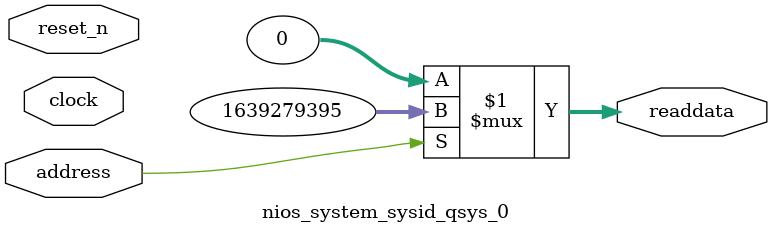
<source format=v>



// synthesis translate_off
`timescale 1ns / 1ps
// synthesis translate_on

// turn off superfluous verilog processor warnings 
// altera message_level Level1 
// altera message_off 10034 10035 10036 10037 10230 10240 10030 

module nios_system_sysid_qsys_0 (
               // inputs:
                address,
                clock,
                reset_n,

               // outputs:
                readdata
             )
;

  output  [ 31: 0] readdata;
  input            address;
  input            clock;
  input            reset_n;

  wire    [ 31: 0] readdata;
  //control_slave, which is an e_avalon_slave
  assign readdata = address ? 1639279395 : 0;

endmodule



</source>
